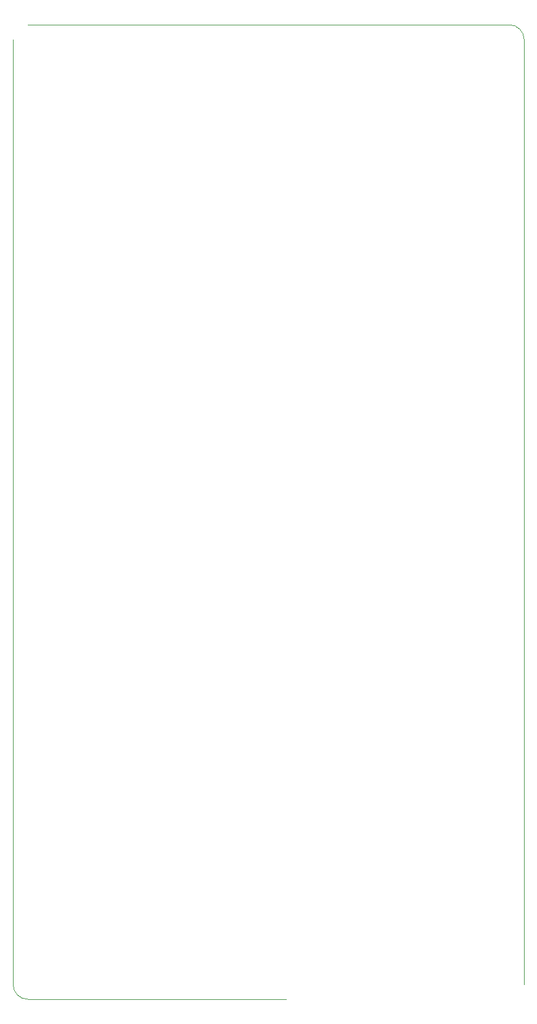
<source format=gbr>
%TF.GenerationSoftware,Altium Limited,Altium Designer,19.1.6 (110)*%
G04 Layer_Color=8421376*
%FSLAX26Y26*%
%MOIN*%
%TF.FileFunction,Other,M1-Board_Shape*%
%TF.Part,Single*%
G01*
G75*
%TA.AperFunction,NonConductor*%
%ADD75C,0.003937*%
D75*
X-1Y78740D02*
G03*
X78739Y0I78740J0D01*
G01*
X2755905Y5170866D02*
G03*
X2677164Y5249606I-78740J0D01*
G01*
X-1Y78740D02*
Y5170866D01*
X2755905Y78740D02*
Y5170866D01*
X78739Y5249606D02*
X2677164D01*
X78739Y0D02*
X1471205D01*
%TF.MD5,649902352c072f9b906a2de603248962*%
M02*

</source>
